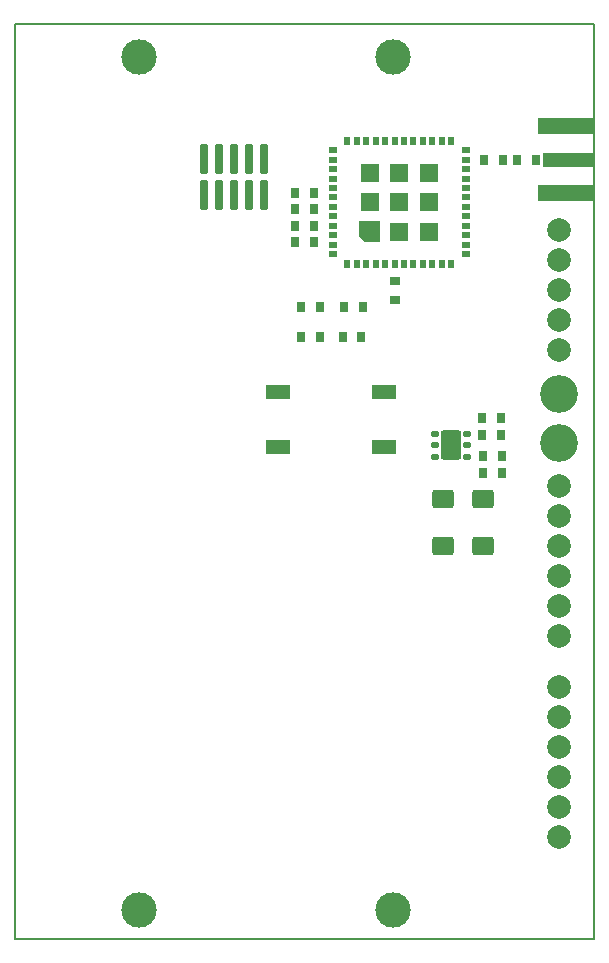
<source format=gbs>
G04*
G04 #@! TF.GenerationSoftware,Altium Limited,Altium Designer,22.0.2 (36)*
G04*
G04 Layer_Color=16711935*
%FSLAX44Y44*%
%MOMM*%
G71*
G04*
G04 #@! TF.SameCoordinates,30EAB5E2-3245-48BA-9E60-DBBC371523A7*
G04*
G04*
G04 #@! TF.FilePolarity,Negative*
G04*
G01*
G75*
%ADD11C,0.1500*%
%ADD12R,4.8000X1.3500*%
%ADD13C,2.0000*%
%ADD14C,3.2000*%
%ADD15C,3.0000*%
G04:AMPARAMS|DCode=18|XSize=0.75mm|YSize=0.9mm|CornerRadius=0.0938mm|HoleSize=0mm|Usage=FLASHONLY|Rotation=0.000|XOffset=0mm|YOffset=0mm|HoleType=Round|Shape=RoundedRectangle|*
%AMROUNDEDRECTD18*
21,1,0.7500,0.7125,0,0,0.0*
21,1,0.5625,0.9000,0,0,0.0*
1,1,0.1875,0.2813,-0.3563*
1,1,0.1875,-0.2813,-0.3563*
1,1,0.1875,-0.2813,0.3563*
1,1,0.1875,0.2813,0.3563*
%
%ADD18ROUNDEDRECTD18*%
G04:AMPARAMS|DCode=19|XSize=0.75mm|YSize=0.9mm|CornerRadius=0.0938mm|HoleSize=0mm|Usage=FLASHONLY|Rotation=270.000|XOffset=0mm|YOffset=0mm|HoleType=Round|Shape=RoundedRectangle|*
%AMROUNDEDRECTD19*
21,1,0.7500,0.7125,0,0,270.0*
21,1,0.5625,0.9000,0,0,270.0*
1,1,0.1875,-0.3563,-0.2813*
1,1,0.1875,-0.3563,0.2813*
1,1,0.1875,0.3563,0.2813*
1,1,0.1875,0.3563,-0.2813*
%
%ADD19ROUNDEDRECTD19*%
%ADD20R,1.6000X1.6000*%
%ADD22R,0.5000X0.8000*%
%ADD23R,0.8000X0.5000*%
%ADD24R,2.1000X1.3000*%
G04:AMPARAMS|DCode=25|XSize=0.6mm|YSize=2.5mm|CornerRadius=0.075mm|HoleSize=0mm|Usage=FLASHONLY|Rotation=0.000|XOffset=0mm|YOffset=0mm|HoleType=Round|Shape=RoundedRectangle|*
%AMROUNDEDRECTD25*
21,1,0.6000,2.3500,0,0,0.0*
21,1,0.4500,2.5000,0,0,0.0*
1,1,0.1500,0.2250,-1.1750*
1,1,0.1500,-0.2250,-1.1750*
1,1,0.1500,-0.2250,1.1750*
1,1,0.1500,0.2250,1.1750*
%
%ADD25ROUNDEDRECTD25*%
G04:AMPARAMS|DCode=26|XSize=1.75mm|YSize=2.5mm|CornerRadius=0.2188mm|HoleSize=0mm|Usage=FLASHONLY|Rotation=180.000|XOffset=0mm|YOffset=0mm|HoleType=Round|Shape=RoundedRectangle|*
%AMROUNDEDRECTD26*
21,1,1.7500,2.0625,0,0,180.0*
21,1,1.3125,2.5000,0,0,180.0*
1,1,0.4375,-0.6563,1.0313*
1,1,0.4375,0.6563,1.0313*
1,1,0.4375,0.6563,-1.0313*
1,1,0.4375,-0.6563,-1.0313*
%
%ADD26ROUNDEDRECTD26*%
G04:AMPARAMS|DCode=27|XSize=0.6mm|YSize=0.5mm|CornerRadius=0.0625mm|HoleSize=0mm|Usage=FLASHONLY|Rotation=0.000|XOffset=0mm|YOffset=0mm|HoleType=Round|Shape=RoundedRectangle|*
%AMROUNDEDRECTD27*
21,1,0.6000,0.3750,0,0,0.0*
21,1,0.4750,0.5000,0,0,0.0*
1,1,0.1250,0.2375,-0.1875*
1,1,0.1250,-0.2375,-0.1875*
1,1,0.1250,-0.2375,0.1875*
1,1,0.1250,0.2375,0.1875*
%
%ADD27ROUNDEDRECTD27*%
G04:AMPARAMS|DCode=28|XSize=1.6mm|YSize=1.8mm|CornerRadius=0.2mm|HoleSize=0mm|Usage=FLASHONLY|Rotation=270.000|XOffset=0mm|YOffset=0mm|HoleType=Round|Shape=RoundedRectangle|*
%AMROUNDEDRECTD28*
21,1,1.6000,1.4000,0,0,270.0*
21,1,1.2000,1.8000,0,0,270.0*
1,1,0.4000,-0.7000,-0.6000*
1,1,0.4000,-0.7000,0.6000*
1,1,0.4000,0.7000,0.6000*
1,1,0.4000,0.7000,-0.6000*
%
%ADD28ROUNDEDRECTD28*%
%ADD29R,4.2000X1.2700*%
G36*
X309000Y608000D02*
X291000D01*
Y595000D01*
X296000Y590000D01*
X309000D01*
Y608000D01*
D02*
G37*
D11*
X490000Y625000D02*
Y694000D01*
X-0Y775000D02*
X0Y0D01*
X-0Y775000D02*
X490000D01*
X490000Y0D01*
X0D02*
X490000D01*
D12*
X466000Y688250D02*
D03*
Y631750D02*
D03*
D13*
X460000Y550000D02*
D03*
X460000Y575400D02*
D03*
X460000Y600800D02*
D03*
Y499200D02*
D03*
Y524600D02*
D03*
Y256500D02*
D03*
Y332700D02*
D03*
X460000Y358100D02*
D03*
X460000Y383500D02*
D03*
Y281900D02*
D03*
Y307300D02*
D03*
Y86500D02*
D03*
Y162700D02*
D03*
X460000Y188100D02*
D03*
X460000Y213500D02*
D03*
Y111900D02*
D03*
Y137300D02*
D03*
D14*
Y462000D02*
D03*
Y420000D02*
D03*
D15*
X105000Y25000D02*
D03*
Y747000D02*
D03*
X320000Y25000D02*
D03*
Y747000D02*
D03*
D18*
X293000Y510000D02*
D03*
X277000D02*
D03*
X294000Y535000D02*
D03*
X278000D02*
D03*
X241999Y510001D02*
D03*
X257999D02*
D03*
X241999Y535001D02*
D03*
X257999D02*
D03*
X253000Y590000D02*
D03*
X237000D02*
D03*
X253000Y604000D02*
D03*
X237000D02*
D03*
X253000Y618000D02*
D03*
X237000D02*
D03*
X253000Y632000D02*
D03*
X237000D02*
D03*
X411000Y441000D02*
D03*
X395000D02*
D03*
X411000Y427000D02*
D03*
X395000D02*
D03*
X412000Y409000D02*
D03*
X396000D02*
D03*
X412000Y395000D02*
D03*
X396000D02*
D03*
X413000Y660000D02*
D03*
X397000D02*
D03*
X441000D02*
D03*
X425000D02*
D03*
D19*
X321000Y541000D02*
D03*
Y557000D02*
D03*
D20*
X350000Y649000D02*
D03*
X325000D02*
D03*
X300000D02*
D03*
X350000Y624000D02*
D03*
X300000D02*
D03*
X350000Y599000D02*
D03*
X325000D02*
D03*
Y624000D02*
D03*
D22*
X281000Y572000D02*
D03*
X289000D02*
D03*
X297000D02*
D03*
X305000D02*
D03*
X313000D02*
D03*
X321000D02*
D03*
X329000D02*
D03*
X337000D02*
D03*
X345000D02*
D03*
X353000D02*
D03*
X361000D02*
D03*
X369000D02*
D03*
Y676000D02*
D03*
X361000D02*
D03*
X353000D02*
D03*
X345000D02*
D03*
X337000D02*
D03*
X329000D02*
D03*
X321000D02*
D03*
X313000D02*
D03*
X305000D02*
D03*
X297000D02*
D03*
X289000D02*
D03*
X281000D02*
D03*
D23*
X381500Y580000D02*
D03*
Y588000D02*
D03*
Y596000D02*
D03*
Y604000D02*
D03*
Y612000D02*
D03*
Y620000D02*
D03*
Y628000D02*
D03*
Y636000D02*
D03*
Y644000D02*
D03*
Y652000D02*
D03*
Y660000D02*
D03*
Y668000D02*
D03*
X268500D02*
D03*
Y660000D02*
D03*
Y652000D02*
D03*
Y644000D02*
D03*
Y636000D02*
D03*
Y628000D02*
D03*
Y580000D02*
D03*
Y588000D02*
D03*
Y596000D02*
D03*
Y604000D02*
D03*
Y612000D02*
D03*
Y620000D02*
D03*
D24*
X312000Y463000D02*
D03*
Y417000D02*
D03*
X222000Y463000D02*
D03*
Y417000D02*
D03*
D25*
X197700Y629760D02*
D03*
X210400D02*
D03*
X159600D02*
D03*
X172300D02*
D03*
X185000D02*
D03*
Y660240D02*
D03*
X172300D02*
D03*
X159600D02*
D03*
X210400D02*
D03*
X197700D02*
D03*
D26*
X369000Y418000D02*
D03*
D27*
X382500Y408500D02*
D03*
Y418000D02*
D03*
Y427500D02*
D03*
X355500D02*
D03*
Y418000D02*
D03*
Y408500D02*
D03*
D28*
X362000Y373000D02*
D03*
Y333000D02*
D03*
X396000Y373000D02*
D03*
Y333000D02*
D03*
D29*
X468000Y660000D02*
D03*
M02*

</source>
